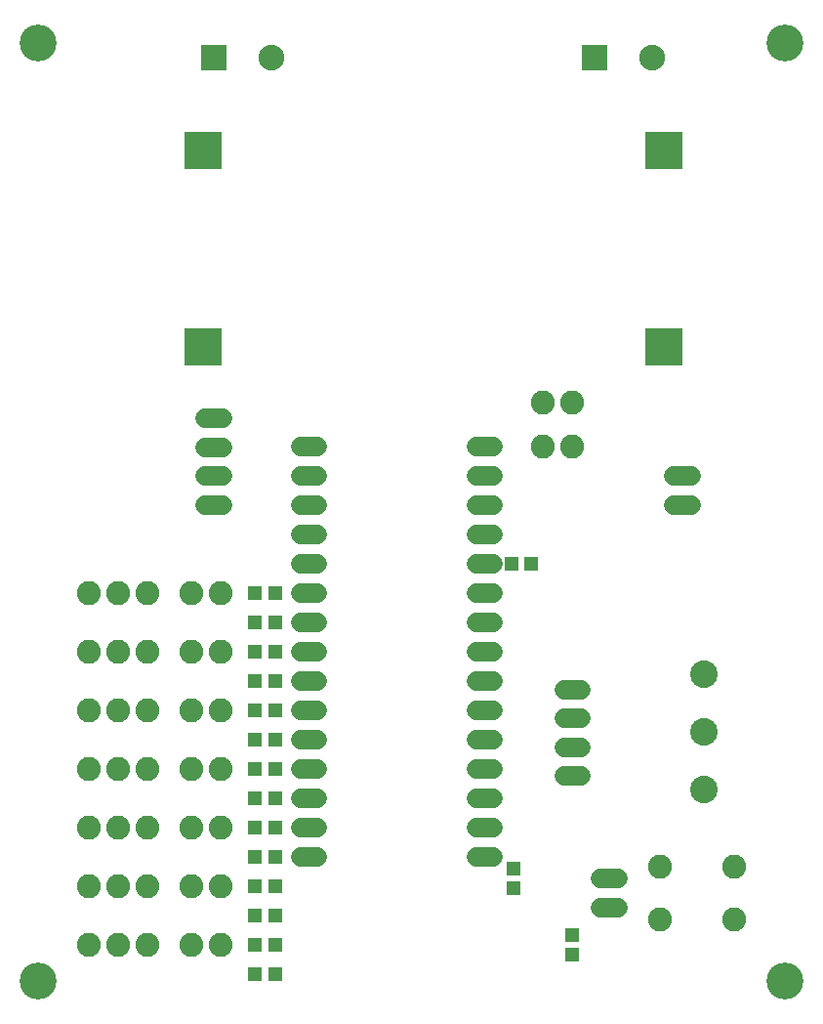
<source format=gbr>
G04 EAGLE Gerber X2 export*
%TF.Part,Single*%
%TF.FileFunction,Soldermask,Bot,1*%
%TF.FilePolarity,Negative*%
%TF.GenerationSoftware,Autodesk,EAGLE,8.6.3*%
%TF.CreationDate,2018-11-13T19:06:48Z*%
G75*
%MOMM*%
%FSLAX34Y34*%
%LPD*%
%AMOC8*
5,1,8,0,0,1.08239X$1,22.5*%
G01*
%ADD10C,3.203200*%
%ADD11C,1.711200*%
%ADD12C,2.082800*%
%ADD13R,2.235200X2.235200*%
%ADD14C,2.235200*%
%ADD15R,3.203200X3.203200*%
%ADD16R,1.303200X1.203200*%
%ADD17C,2.387600*%
%ADD18R,1.203200X1.303200*%


D10*
X38100Y38100D03*
X685800Y38100D03*
X685800Y850900D03*
X38100Y850900D03*
D11*
X265510Y323850D02*
X280590Y323850D01*
X417910Y323850D02*
X432990Y323850D01*
X432990Y298450D02*
X417910Y298450D01*
X417910Y273050D02*
X432990Y273050D01*
X432990Y247650D02*
X417910Y247650D01*
X417910Y222250D02*
X432990Y222250D01*
X432990Y196850D02*
X417910Y196850D01*
X417910Y171450D02*
X432990Y171450D01*
X432990Y146050D02*
X417910Y146050D01*
X280590Y146050D02*
X265510Y146050D01*
X265510Y171450D02*
X280590Y171450D01*
X280590Y196850D02*
X265510Y196850D01*
X265510Y222250D02*
X280590Y222250D01*
X280590Y247650D02*
X265510Y247650D01*
X265510Y273050D02*
X280590Y273050D01*
X280590Y298450D02*
X265510Y298450D01*
X265510Y349250D02*
X280590Y349250D01*
X280590Y374650D02*
X265510Y374650D01*
X265510Y400050D02*
X280590Y400050D01*
X280590Y425450D02*
X265510Y425450D01*
X265510Y450850D02*
X280590Y450850D01*
X280590Y476250D02*
X265510Y476250D01*
X265510Y501650D02*
X280590Y501650D01*
X417910Y501650D02*
X432990Y501650D01*
X432990Y476250D02*
X417910Y476250D01*
X417910Y450850D02*
X432990Y450850D01*
X432990Y425450D02*
X417910Y425450D01*
X417910Y400050D02*
X432990Y400050D01*
X432990Y374650D02*
X417910Y374650D01*
X417910Y349250D02*
X432990Y349250D01*
D12*
X476250Y501650D03*
X501650Y501650D03*
D11*
X509190Y215900D02*
X494110Y215900D01*
X494110Y240900D02*
X509190Y240900D01*
X509190Y265900D02*
X494110Y265900D01*
X494110Y290900D02*
X509190Y290900D01*
X198040Y450850D02*
X182960Y450850D01*
X182960Y475850D02*
X198040Y475850D01*
X198040Y500850D02*
X182960Y500850D01*
X182960Y525850D02*
X198040Y525850D01*
D13*
X520700Y838200D03*
D14*
X570700Y838200D03*
D12*
X133350Y374650D03*
X107950Y374650D03*
X82550Y374650D03*
D15*
X581000Y588100D03*
X581000Y758100D03*
X181000Y588100D03*
X181000Y758100D03*
D12*
X171450Y374650D03*
X196850Y374650D03*
D16*
X243450Y349250D03*
X226450Y349250D03*
X243450Y374650D03*
X226450Y374650D03*
D12*
X133350Y323850D03*
X107950Y323850D03*
X82550Y323850D03*
X171450Y323850D03*
X196850Y323850D03*
D16*
X243450Y298450D03*
X226450Y298450D03*
X243450Y323850D03*
X226450Y323850D03*
D12*
X133350Y273050D03*
X107950Y273050D03*
X82550Y273050D03*
X171450Y273050D03*
X196850Y273050D03*
D16*
X243450Y247650D03*
X226450Y247650D03*
X243450Y273050D03*
X226450Y273050D03*
D12*
X133350Y120650D03*
X107950Y120650D03*
X82550Y120650D03*
X171450Y120650D03*
X196850Y120650D03*
D16*
X243450Y95250D03*
X226450Y95250D03*
X243450Y120650D03*
X226450Y120650D03*
D12*
X133350Y222250D03*
X107950Y222250D03*
X82550Y222250D03*
X171450Y222250D03*
X196850Y222250D03*
D16*
X243450Y196850D03*
X226450Y196850D03*
X243450Y222250D03*
X226450Y222250D03*
D12*
X133350Y171450D03*
X107950Y171450D03*
X82550Y171450D03*
X171450Y171450D03*
X196850Y171450D03*
D16*
X243450Y146050D03*
X226450Y146050D03*
X243450Y171450D03*
X226450Y171450D03*
D12*
X133350Y69850D03*
X107950Y69850D03*
X82550Y69850D03*
X171450Y69850D03*
X196850Y69850D03*
D16*
X243450Y44450D03*
X226450Y44450D03*
X243450Y69850D03*
X226450Y69850D03*
D17*
X615950Y204000D03*
X615950Y254000D03*
X615950Y304000D03*
D16*
X465700Y400050D03*
X448700Y400050D03*
D12*
X642112Y91694D03*
X577088Y91694D03*
X642112Y136906D03*
X577088Y136906D03*
D18*
X501650Y61350D03*
X501650Y78350D03*
X450850Y135500D03*
X450850Y118500D03*
D13*
X190500Y838200D03*
D14*
X240500Y838200D03*
D12*
X501650Y539750D03*
X476250Y539750D03*
D11*
X589360Y450850D02*
X604440Y450850D01*
X604440Y475850D02*
X589360Y475850D01*
X540940Y127000D02*
X525860Y127000D01*
X525860Y102000D02*
X540940Y102000D01*
M02*

</source>
